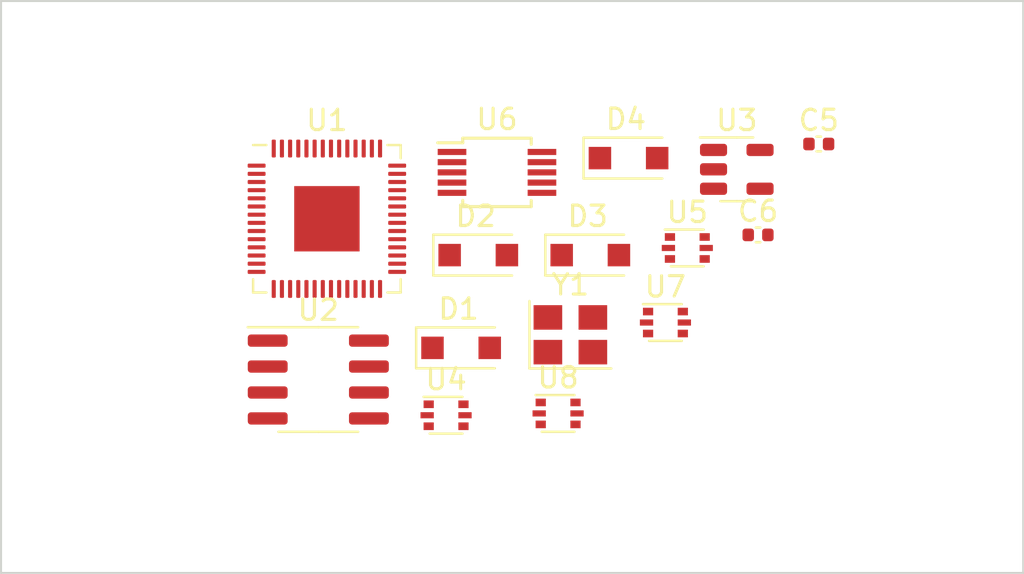
<source format=kicad_pcb>
(kicad_pcb (version 20211014) (generator pcbnew)
  (layers (0 "F.Cu" signal) (31 "B.Cu" signal) (34 "B.Paste" user) (35 "F.Paste" user) (36 "B.SilkS" user "B.Silkscreen") (37 "F.SilkS" user "F.Silkscreen") (38 "B.Mask" user) (39 "F.Mask" user) (44 "Edge.Cuts" user))
  (net 0 "")
  (net 1 "Net-(U1-Pad20)")
  (net 2 "GND")
  (net 3 "Net-(C6-Pad1)")
  (net 4 "+5V")
  (net 5 "Net-(D1-Pad2)")
  (net 6 "Net-(D2-Pad2)")
  (net 7 "Net-(D3-Pad1)")
  (net 8 "Net-(D4-Pad1)")
  (net 9 "+3V3")
  (net 26 "Net-(U1-Pad21)")
  (net 27 "+1V1")
  (net 28 "/SWCLK")
  (net 29 "/SWD")
  (net 30 "/~{RST}")
  (net 45 "Net-(U1-Pad46)")
  (net 46 "Net-(U1-Pad47)")
  (net 47 "Net-(U2-Pad7)")
  (net 48 "Net-(U1-Pad52)")
  (net 49 "Net-(U1-Pad53)")
  (net 50 "Net-(U2-Pad3)")
  (net 51 "Net-(U1-Pad55)")
  (net 52 "Net-(U1-Pad56)")
  (net 54 "Net-(J2-PadA7)")
  (net 55 "Net-(J2-PadA6)")
  (net 56 "/DUT_USB_D-")
  (net 57 "/DUT_USB_D+")
  (net 58 "Net-(J3-PadA7)")
  (net 59 "Net-(J3-PadA6)")
  (net 60 "/USB_D+")
  (net 61 "/USB_D-")
  (net 62 "/DUT_USB_S")
  (net 63 "Net-(U6-Pad2)")
  (net 64 "Net-(U6-Pad3)")
  (net 65 "Net-(U6-Pad7)")
  (net 66 "Net-(U6-Pad8)")
  (net 67 "/~{DUT_USB_OE}")
  (net 68 "Net-(J4-PadA7)")
  (net 69 "Net-(J4-PadA6)")
  (net 70 "Net-(J5-Pad3)")
  (net 71 "Net-(J5-Pad2)")
  (footprint "Diode_SMD:D_SOD-123F" (layer "F.Cu") (at 119.505 60.98)
    (fp_text reference "D1" (at -0.127 -1.905) (layer "F.SilkS"))
    (fp_text value "PMEG3020EH")
    (fp_line (start -2.2 -1) (end -2.2 1) (layer "F.SilkS") (width 0.12))
    (fp_line (start -2.2 -1) (end 1.65 -1) (layer "F.SilkS") (width 0.12))
    (fp_line (start -2.2 1) (end 1.65 1) (layer "F.SilkS") (width 0.12))
    (pad "1" smd rect (at -1.4 0) (size 1.1 1.1) (layers "F.Cu" "F.Paste" "F.Mask") (net 4 "+5V"))
    (pad "2" smd rect (at 1.4 0) (size 1.1 1.1) (layers "F.Cu" "F.Paste" "F.Mask") (net 5 "Net-(D1-Pad2)"))
  )
  (footprint "Diode_SMD:D_SOD-123F" (layer "F.Cu") (at 125.825 56.44)
    (fp_text reference "D3" (at -0.127 -1.905) (layer "F.SilkS"))
    (fp_text value "PMEG3020EH")
    (fp_line (start -2.2 1) (end 1.65 1) (layer "F.SilkS") (width 0.12))
    (fp_line (start -2.2 -1) (end 1.65 -1) (layer "F.SilkS") (width 0.12))
    (fp_line (start -2.2 -1) (end -2.2 1) (layer "F.SilkS") (width 0.12))
    (pad "1" smd rect (at -1.4 0) (size 1.1 1.1) (layers "F.Cu" "F.Paste" "F.Mask") (net 7 "Net-(D3-Pad1)"))
    (pad "2" smd rect (at 1.4 0) (size 1.1 1.1) (layers "F.Cu" "F.Paste" "F.Mask") (net 4 "+5V"))
  )
  (footprint "Package_TO_SOT_SMD:SOT-666" (layer "F.Cu") (at 124.25 64.19)
    (fp_text reference "U8" (at 0 -1.75) (layer "F.SilkS"))
    (fp_text value "USBLC6-2P6")
    (fp_line (start 0.8 -0.9) (end -1.1 -0.9) (layer "F.SilkS") (width 0.12))
    (fp_line (start -0.8 0.9) (end 0.8 0.9) (layer "F.SilkS") (width 0.12))
    (pad "1" smd rect (at -0.85 -0.5375) (size 0.5 0.375) (layers "F.Cu" "F.Paste" "F.Mask") (net 70 "Net-(J5-Pad3)"))
    (pad "2" smd rect (at -0.925 0) (size 0.65 0.3) (layers "F.Cu" "F.Paste" "F.Mask") (net 2 "GND"))
    (pad "3" smd rect (at -0.85 0.5375) (size 0.5 0.375) (layers "F.Cu" "F.Paste" "F.Mask") (net 71 "Net-(J5-Pad2)"))
    (pad "4" smd rect (at 0.85 0.5375) (size 0.5 0.375) (layers "F.Cu" "F.Paste" "F.Mask") (net 66 "Net-(U6-Pad8)"))
    (pad "5" smd rect (at 0.925 0) (size 0.65 0.3) (layers "F.Cu" "F.Paste" "F.Mask") (net 8 "Net-(D4-Pad1)"))
    (pad "6" smd rect (at 0.85 -0.5375) (size 0.5 0.375) (layers "F.Cu" "F.Paste" "F.Mask") (net 63 "Net-(U6-Pad2)"))
  )
  (footprint "Package_TO_SOT_SMD:SOT-666" (layer "F.Cu") (at 129.5 59.74)
    (fp_text reference "U7" (at 0 -1.75) (layer "F.SilkS"))
    (fp_text value "USBLC6-2P6")
    (fp_line (start 0.8 -0.9) (end -1.1 -0.9) (layer "F.SilkS") (width 0.12))
    (fp_line (start -0.8 0.9) (end 0.8 0.9) (layer "F.SilkS") (width 0.12))
    (pad "1" smd rect (at -0.85 -0.5375) (size 0.5 0.375) (layers "F.Cu" "F.Paste" "F.Mask") (net 68 "Net-(J4-PadA7)"))
    (pad "2" smd rect (at -0.925 0) (size 0.65 0.3) (layers "F.Cu" "F.Paste" "F.Mask") (net 2 "GND"))
    (pad "3" smd rect (at -0.85 0.5375) (size 0.5 0.375) (layers "F.Cu" "F.Paste" "F.Mask") (net 69 "Net-(J4-PadA6)"))
    (pad "4" smd rect (at 0.85 0.5375) (size 0.5 0.375) (layers "F.Cu" "F.Paste" "F.Mask") (net 64 "Net-(U6-Pad3)"))
    (pad "5" smd rect (at 0.925 0) (size 0.65 0.3) (layers "F.Cu" "F.Paste" "F.Mask") (net 7 "Net-(D3-Pad1)"))
    (pad "6" smd rect (at 0.85 -0.5375) (size 0.5 0.375) (layers "F.Cu" "F.Paste" "F.Mask") (net 65 "Net-(U6-Pad7)"))
  )
  (footprint "Package_SO:MSOP-10_3x3mm_P0.5mm" (layer "F.Cu") (at 121.26 52.39)
    (fp_text reference "U6" (at 0 -2.6) (layer "F.SilkS"))
    (fp_text value "FSUSB30MUX")
    (fp_line (start -1.675 1.675) (end 1.675 1.675) (layer "F.SilkS") (width 0.15))
    (fp_line (start -1.675 1.675) (end -1.675 1.375) (layer "F.SilkS") (width 0.15))
    (fp_line (start 1.675 -1.675) (end 1.675 -1.375) (layer "F.SilkS") (width 0.15))
    (fp_line (start 1.675 1.675) (end 1.675 1.375) (layer "F.SilkS") (width 0.15))
    (fp_line (start -1.675 -1.45) (end -2.9 -1.45) (layer "F.SilkS") (width 0.15))
    (fp_line (start -1.675 -1.675) (end -1.675 -1.45) (layer "F.SilkS") (width 0.15))
    (fp_line (start -1.675 -1.675) (end 1.675 -1.675) (layer "F.SilkS") (width 0.15))
    (pad "1" smd rect (at -2.2 -1) (size 1.4 0.3) (layers "F.Cu" "F.Paste" "F.Mask") (net 62 "/DUT_USB_S"))
    (pad "2" smd rect (at -2.2 -0.5) (size 1.4 0.3) (layers "F.Cu" "F.Paste" "F.Mask") (net 63 "Net-(U6-Pad2)"))
    (pad "3" smd rect (at -2.2 0) (size 1.4 0.3) (layers "F.Cu" "F.Paste" "F.Mask") (net 64 "Net-(U6-Pad3)"))
    (pad "4" smd rect (at -2.2 0.5) (size 1.4 0.3) (layers "F.Cu" "F.Paste" "F.Mask") (net 57 "/DUT_USB_D+"))
    (pad "5" smd rect (at -2.2 1) (size 1.4 0.3) (layers "F.Cu" "F.Paste" "F.Mask") (net 2 "GND"))
    (pad "6" smd rect (at 2.2 1) (size 1.4 0.3) (layers "F.Cu" "F.Paste" "F.Mask") (net 56 "/DUT_USB_D-"))
    (pad "7" smd rect (at 2.2 0.5) (size 1.4 0.3) (layers "F.Cu" "F.Paste" "F.Mask") (net 65 "Net-(U6-Pad7)"))
    (pad "8" smd rect (at 2.2 0) (size 1.4 0.3) (layers "F.Cu" "F.Paste" "F.Mask") (net 66 "Net-(U6-Pad8)"))
    (pad "9" smd rect (at 2.2 -0.5) (size 1.4 0.3) (layers "F.Cu" "F.Paste" "F.Mask") (net 67 "/~{DUT_USB_OE}"))
    (pad "10" smd rect (at 2.2 -1) (size 1.4 0.3) (layers "F.Cu" "F.Paste" "F.Mask") (net 4 "+5V"))
  )
  (footprint "Package_TO_SOT_SMD:SOT-666" (layer "F.Cu") (at 130.57 56.09)
    (fp_text reference "U5" (at 0 -1.75) (layer "F.SilkS"))
    (fp_text value "USBLC6-2P6")
    (fp_line (start 0.8 -0.9) (end -1.1 -0.9) (layer "F.SilkS") (width 0.12))
    (fp_line (start -0.8 0.9) (end 0.8 0.9) (layer "F.SilkS") (width 0.12))
    (pad "1" smd rect (at -0.85 -0.5375) (size 0.5 0.375) (layers "F.Cu" "F.Paste" "F.Mask") (net 58 "Net-(J3-PadA7)"))
    (pad "2" smd rect (at -0.925 0) (size 0.65 0.3) (layers "F.Cu" "F.Paste" "F.Mask") (net 2 "GND"))
    (pad "3" smd rect (at -0.85 0.5375) (size 0.5 0.375) (layers "F.Cu" "F.Paste" "F.Mask") (net 59 "Net-(J3-PadA6)"))
    (pad "4" smd rect (at 0.85 0.5375) (size 0.5 0.375) (layers "F.Cu" "F.Paste" "F.Mask") (net 60 "/USB_D+"))
    (pad "5" smd rect (at 0.925 0) (size 0.65 0.3) (layers "F.Cu" "F.Paste" "F.Mask") (net 6 "Net-(D2-Pad2)"))
    (pad "6" smd rect (at 0.85 -0.5375) (size 0.5 0.375) (layers "F.Cu" "F.Paste" "F.Mask") (net 61 "/USB_D-"))
  )
  (footprint "Capacitor_SMD:C_0402_1005Metric" (layer "F.Cu") (at 137 51)
    (fp_text reference "C5" (at 0 -1.16) (layer "F.SilkS"))
    (fp_text value "10p")
    (fp_line (start -0.107836 0.36) (end 0.107836 0.36) (layer "F.SilkS") (width 0.12))
    (fp_line (start -0.107836 -0.36) (end 0.107836 -0.36) (layer "F.SilkS") (width 0.12))
    (pad "1" smd roundrect (at -0.48 0) (size 0.56 0.62) (layers "F.Cu" "F.Paste" "F.Mask") (net 1 "Net-(U1-Pad20)"))
    (pad "2" smd roundrect (at 0.48 0) (size 0.56 0.62) (layers "F.Cu" "F.Paste" "F.Mask") (net 2 "GND"))
  )
  (footprint "Diode_SMD:D_SOD-123F" (layer "F.Cu") (at 127.695 51.69)
    (fp_text reference "D4" (at -0.127 -1.905) (layer "F.SilkS"))
    (fp_text value "PMEG3020EH")
    (fp_line (start -2.2 -1) (end -2.2 1) (layer "F.SilkS") (width 0.12))
    (fp_line (start -2.2 -1) (end 1.65 -1) (layer "F.SilkS") (width 0.12))
    (fp_line (start -2.2 1) (end 1.65 1) (layer "F.SilkS") (width 0.12))
    (pad "1" smd rect (at -1.4 0) (size 1.1 1.1) (layers "F.Cu" "F.Paste" "F.Mask") (net 8 "Net-(D4-Pad1)"))
    (pad "2" smd rect (at 1.4 0) (size 1.1 1.1) (layers "F.Cu" "F.Paste" "F.Mask") (net 4 "+5V"))
  )
  (footprint "Package_TO_SOT_SMD:SOT-666" (layer "F.Cu") (at 118.77 64.28)
    (fp_text reference "U4" (at 0 -1.75) (layer "F.SilkS"))
    (fp_text value "USBLC6-2P6")
    (fp_line (start 0.8 -0.9) (end -1.1 -0.9) (layer "F.SilkS") (width 0.12))
    (fp_line (start -0.8 0.9) (end 0.8 0.9) (layer "F.SilkS") (width 0.12))
    (pad "1" smd rect (at -0.85 -0.5375) (size 0.5 0.375) (layers "F.Cu" "F.Paste" "F.Mask") (net 54 "Net-(J2-PadA7)"))
    (pad "2" smd rect (at -0.925 0) (size 0.65 0.3) (layers "F.Cu" "F.Paste" "F.Mask") (net 2 "GND"))
    (pad "3" smd rect (at -0.85 0.5375) (size 0.5 0.375) (layers "F.Cu" "F.Paste" "F.Mask") (net 55 "Net-(J2-PadA6)"))
    (pad "4" smd rect (at 0.85 0.5375) (size 0.5 0.375) (layers "F.Cu" "F.Paste" "F.Mask") (net 56 "/DUT_USB_D-"))
    (pad "5" smd rect (at 0.925 0) (size 0.65 0.3) (layers "F.Cu" "F.Paste" "F.Mask") (net 5 "Net-(D1-Pad2)"))
    (pad "6" smd rect (at 0.85 -0.5375) (size 0.5 0.375) (layers "F.Cu" "F.Paste" "F.Mask") (net 57 "/DUT_USB_D+"))
  )
  (footprint "Package_DFN_QFN:QFN-56-1EP_7x7mm_P0.4mm_EP3.2x3.2mm" (layer "F.Cu") (at 112.94 54.66)
    (fp_text reference "U1" (at 0 -4.82) (layer "F.SilkS"))
    (fp_text value "RP2040")
    (fp_line (start -3.61 3.61) (end -3.61 2.96) (layer "F.SilkS") (width 0.12))
    (fp_line (start 3.61 -3.61) (end 3.61 -2.96) (layer "F.SilkS") (width 0.12))
    (fp_line (start 3.61 3.61) (end 3.61 2.96) (layer "F.SilkS") (width 0.12))
    (fp_line (start 2.96 -3.61) (end 3.61 -3.61) (layer "F.SilkS") (width 0.12))
    (fp_line (start -2.96 -3.61) (end -3.61 -3.61) (layer "F.SilkS") (width 0.12))
    (fp_line (start -2.96 3.61) (end -3.61 3.61) (layer "F.SilkS") (width 0.12))
    (fp_line (start 2.96 3.61) (end 3.61 3.61) (layer "F.SilkS") (width 0.12))
    (pad "1" smd roundrect locked (at -3.4375 -2.6) (size 0.875 0.2) (layers "F.Cu" "F.Paste" "F.Mask") (net 9 "+3V3"))
    (pad "2" smd roundrect locked (at -3.4375 -2.2) (size 0.875 0.2) (layers "F.Cu" "F.Paste" "F.Mask"))
    (pad "3" smd roundrect locked (at -3.4375 -1.8) (size 0.875 0.2) (layers "F.Cu" "F.Paste" "F.Mask"))
    (pad "4" smd roundrect locked (at -3.4375 -1.4) (size 0.875 0.2) (layers "F.Cu" "F.Paste" "F.Mask"))
    (pad "5" smd roundrect locked (at -3.4375 -1) (size 0.875 0.2) (layers "F.Cu" "F.Paste" "F.Mask"))
    (pad "6" smd roundrect locked (at -3.4375 -0.6) (size 0.875 0.2) (layers "F.Cu" "F.Paste" "F.Mask"))
    (pad "7" smd roundrect locked (at -3.4375 -0.2) (size 0.875 0.2) (layers "F.Cu" "F.Paste" "F.Mask"))
    (pad "8" smd roundrect locked (at -3.4375 0.2) (size 0.875 0.2) (layers "F.Cu" "F.Paste" "F.Mask"))
    (pad "9" smd roundrect locked (at -3.4375 0.6) (size 0.875 0.2) (layers "F.Cu" "F.Paste" "F.Mask"))
    (pad "10" smd roundrect locked (at -3.4375 1) (size 0.875 0.2) (layers "F.Cu" "F.Paste" "F.Mask") (net 9 "+3V3"))
    (pad "11" smd roundrect locked (at -3.4375 1.4) (size 0.875 0.2) (layers "F.Cu" "F.Paste" "F.Mask"))
    (pad "12" smd roundrect locked (at -3.4375 1.8) (size 0.875 0.2) (layers "F.Cu" "F.Paste" "F.Mask"))
    (pad "13" smd roundrect locked (at -3.4375 2.2) (size 0.875 0.2) (layers "F.Cu" "F.Paste" "F.Mask"))
    (pad "14" smd roundrect locked (at -3.4375 2.6) (size 0.875 0.2) (layers "F.Cu" "F.Paste" "F.Mask"))
    (pad "15" smd roundrect locked (at -2.6 3.4375) (size 0.2 0.875) (layers "F.Cu" "F.Paste" "F.Mask"))
    (pad "16" smd roundrect locked (at -2.2 3.4375) (size 0.2 0.875) (layers "F.Cu" "F.Paste" "F.Mask"))
    (pad "17" smd roundrect locked (at -1.8 3.4375) (size 0.2 0.875) (layers "F.Cu" "F.Paste" "F.Mask"))
    (pad "18" smd roundrect locked (at -1.4 3.4375) (size 0.2 0.875) (layers "F.Cu" "F.Paste" "F.Mask"))
    (pad "19" smd roundrect locked (at -1 3.4375) (size 0.2 0.875) (layers "F.Cu" "F.Paste" "F.Mask") (net 2 "GND"))
    (pad "20" smd roundrect locked (at -0.6 3.4375) (size 0.2 0.875) (layers "F.Cu" "F.Paste" "F.Mask") (net 1 "Net-(U1-Pad20)"))
    (pad "21" smd roundrect locked (at -0.2 3.4375) (size 0.2 0.875) (layers "F.Cu" "F.Paste" "F.Mask") (net 26 "Net-(U1-Pad21)"))
    (pad "22" smd roundrect locked (at 0.2 3.4375) (size 0.2 0.875) (layers "F.Cu" "F.Paste" "F.Mask") (net 9 "+3V3"))
    (pad "23" smd roundrect locked (at 0.6 3.4375) (size 0.2 0.875) (layers "F.Cu" "F.Paste" "F.Mask") (net 27 "+1V1"))
    (pad "24" smd roundrect locked (at 1 3.4375) (size 0.2 0.875) (layers "F.Cu" "F.Paste" "F.Mask") (net 28 "/SWCLK"))
    (pad "25" smd roundrect locked (at 1.4 3.4375) (size 0.2 0.875) (layers "F.Cu" "F.Paste" "F.Mask") (net 29 "/SWD"))
    (pad "26" smd roundrect locked (at 1.8 3.4375) (size 0.2 0.875) (layers "F.Cu" "F.Paste" "F.Mask") (net 30 "/~{RST}"))
    (pad "27" smd roundrect locked (at 2.2 3.4375) (size 0.2 0.875) (layers "F.Cu" "F.Paste" "F.Mask"))
    (pad "28" smd roundrect locked (at 2.6 3.4375) (size 0.2 0.875) (layers "F.Cu" "F.Paste" "F.Mask"))
    (pad "29" smd roundrect locked (at 3.4375 2.6) (size 0.875 0.2) (layers "F.Cu" "F.Paste" "F.Mask"))
    (pad "30" smd roundrect locked (at 3.4375 2.2) (size 0.875 0.2) (layers "F.Cu" "F.Paste" "F.Mask"))
    (pad "31" smd roundrect locked (at 3.4375 1.8) (size 0.875 0.2) (layers "F.Cu" "F.Paste" "F.Mask"))
    (pad "32" smd roundrect locked (at 3.4375 1.4) (size 0.875 0.2) (layers "F.Cu" "F.Paste" "F.Mask"))
    (pad "33" smd roundrect locked (at 3.4375 1) (size 0.875 0.2) (layers "F.Cu" "F.Paste" "F.Mask") (net 9 "+3V3"))
    (pad "34" smd roundrect locked (at 3.4375 0.6) (size 0.875 0.2) (layers "F.Cu" "F.Paste" "F.Mask"))
    (pad "35" smd roundrect locked (at 3.4375 0.2) (size 0.875 0.2) (layers "F.Cu" "F.Paste" "F.Mask"))
    (pad "36" smd roundrect locked (at 3.4375 -0.2) (size 0.875 0.2) (layers "F.Cu" "F.Paste" "F.Mask"))
    (pad "37" smd roundrect locked (at 3.4375 -0.6) (size 0.875 0.2) (layers "F.Cu" "F.Paste" "F.Mask"))
    (pad "38" smd roundrect locked (at 3.4375 -1) (size 0.875 0.2) (layers "F.Cu" "F.Paste" "F.Mask"))
    (pad "39" smd roundrect locked (at 3.4375 -1.4) (size 0.875 0.2) (layers "F.Cu" "F.Paste" "F.Mask"))
    (pad "40" smd roundrect locked (at 3.4375 -1.8) (size 0.875 0.2) (layers "F.Cu" "F.Paste" "F.Mask"))
    (pad "41" smd roundrect locked (at 3.4375 -2.2) (size 0.875 0.2) (layers "F.Cu" "F.Paste" "F.Mask"))
    (pad "42" smd roundrect locked (at 3.4375 -2.6) (size 0.875 0.2) (layers "F.Cu" "F.Paste" "F.Mask") (net 9 "+3V3"))
    (pad "43" smd roundrect locked (at 2.6 -3.4375) (size 0.2 0.875) (layers "F.Cu" "F.Paste" "F.Mask") (net 9 "+3V3"))
    (pad "44" smd roundrect locked (at 2.2 -3.4375) (size 0.2 0.875) (layers "F.Cu" "F.Paste" "F.Mask") (net 9 "+3V3"))
    (pad "45" smd roundrect locked (at 1.8 -3.4375) (size 0.2 0.875) (layers "F.Cu" "F.Paste" "F.Mask") (net 27 "+1V1"))
    (pad "46" smd roundrect locked (at 1.4 -3.4375) (size 0.2 0.875) (layers "F.Cu" "F.Paste" "F.Mask") (net 45 "Net-(U1-Pad46)"))
    (pad "47" smd roundrect locked (at 1 -3.4375) (size 0.2 0.875) (layers "F.Cu" "F.Paste" "F.Mask") (net 46 "Net-(U1-Pad47)"))
    (pad "48" smd roundrect locked (at 0.6 -3.4375) (size 0.2 0.875) (layers "F.Cu" "F.Paste" "F.Mask") (net 9 "+3V3"))
    (pad "49" smd roundrect locked (at 0.2 -3.4375) (size 0.2 0.875) (layers "F.Cu" "F.Paste" "F.Mask") (net 9 "+3V3"))
    (pad "50" smd roundrect locked (at -0.2 -3.4375) (size 0.2 0.875) (layers "F.Cu" "F.Paste" "F.Mask") (net 27 "+1V1"))
    (pad "51" smd roundrect locked (at -0.6 -3.4375) (size 0.2 0.875) (layers "F.Cu" "F.Paste" "F.Mask") (net 47 "Net-(U2-Pad7)"))
    (pad "52" smd roundrect locked (at -1 -3.4375) (size 0.2 0.875) (layers "F.Cu" "F.Paste" "F.Mask") (net 48 "Net-(U1-Pad52)"))
    (pad "53" smd roundrect locked (at -1.4 -3.4375) (size 0.2 0.875) (layers "F.Cu" "F.Paste" "F.Mask") (net 49 "Net-(U1-Pad53)"))
    (pad "54" smd roundrect locked (at -1.8 -3.4375) (size 0.2 0.875) (layers "F.Cu" "F.Paste" "F.Mask") (net 50 "Net-(U2-Pad3)"))
    (pad "55" smd roundrect locked (at -2.2 -3.4375) (size 0.2 0.875) (layers "F.Cu" "F.Paste" "F.Mask") (net 51 "Net-(U1-Pad55)"))
    (pad "56" smd roundrect locked (at -2.6 -3.4375) (size 0.2 0.875) (layers "F.Cu" "F.Paste" "F.Mask") (net 52 "Net-(U1-Pad56)"))
    (pad "57" smd rect locked (at 0 0) (size 3.2 3.2) (layers "F.Cu" "F.Mask") (net 2 "GND"))
  )
  (footprint "Crystal:Crystal_SMD_3225-4Pin_3.2x2.5mm" (layer "F.Cu") (at 124.85 60.34)
    (fp_text reference "Y1" (at 0 -2.45) (layer "F.SilkS"))
    (fp_text value "12MHz")
    (fp_line (start -2 1.65) (end 2 1.65) (layer "F.SilkS") (width 0.12))
    (fp_line (start -2 -1.65) (end -2 1.65) (layer "F.SilkS") (width 0.12))
    (pad "1" smd rect (at -1.1 0.85) (size 1.4 1.2) (layers "F.Cu" "F.Paste" "F.Mask") (net 3 "Net-(C6-Pad1)"))
    (pad "2" smd rect (at 1.1 0.85) (size 1.4 1.2) (layers "F.Cu" "F.Paste" "F.Mask") (net 2 "GND"))
    (pad "3" smd rect (at 1.1 -0.85) (size 1.4 1.2) (layers "F.Cu" "F.Paste" "F.Mask") (net 1 "Net-(U1-Pad20)"))
    (pad "4" smd rect (at -1.1 -0.85) (size 1.4 1.2) (layers "F.Cu" "F.Paste" "F.Mask") (net 2 "GND"))
  )
  (footprint "Package_SO:SOIC-8_3.9x4.9mm_P1.27mm" (layer "F.Cu") (at 112.52 62.53)
    (fp_text reference "U2" (at 0 -3.4) (layer "F.SilkS"))
    (fp_text value "W25Q16JVSNIQ")
    (fp_line (start 0 -2.56) (end 1.95 -2.56) (layer "F.SilkS") (width 0.12))
    (fp_line (start 0 2.56) (end 1.95 2.56) (layer "F.SilkS") (width 0.12))
    (fp_line (start 0 -2.56) (end -3.45 -2.56) (layer "F.SilkS") (width 0.12))
    (fp_line (start 0 2.56) (end -1.95 2.56) (layer "F.SilkS") (width 0.12))
    (pad "1" smd roundrect (at -2.475 -1.905) (size 1.95 0.6) (layers "F.Cu" "F.Paste" "F.Mask") (net 52 "Net-(U1-Pad56)"))
    (pad "2" smd roundrect (at -2.475 -0.635) (size 1.95 0.6) (layers "F.Cu" "F.Paste" "F.Mask") (net 51 "Net-(U1-Pad55)"))
    (pad "3" smd roundrect (at -2.475 0.635) (size 1.95 0.6) (layers "F.Cu" "F.Paste" "F.Mask") (net 50 "Net-(U2-Pad3)"))
    (pad "4" smd roundrect (at -2.475 1.905) (size 1.95 0.6) (layers "F.Cu" "F.Paste" "F.Mask") (net 2 "GND"))
    (pad "5" smd roundrect (at 2.475 1.905) (size 1.95 0.6) (layers "F.Cu" "F.Paste" "F.Mask") (net 49 "Net-(U1-Pad53)"))
    (pad "6" smd roundrect (at 2.475 0.635) (size 1.95 0.6) (layers "F.Cu" "F.Paste" "F.Mask") (net 48 "Net-(U1-Pad52)"))
    (pad "7" smd roundrect (at 2.475 -0.635) (size 1.95 0.6) (layers "F.Cu" "F.Paste" "F.Mask") (net 47 "Net-(U2-Pad7)"))
    (pad "8" smd roundrect (at 2.475 -1.905) (size 1.95 0.6) (layers "F.Cu" "F.Paste" "F.Mask") (net 9 "+3V3"))
  )
  (footprint "Diode_SMD:D_SOD-123F" (layer "F.Cu") (at 120.345 56.44)
    (fp_text reference "D2" (at -0.127 -1.905) (layer "F.SilkS"))
    (fp_text value "PMEG3020EH")
    (fp_line (start -2.2 1) (end 1.65 1) (layer "F.SilkS") (width 0.12))
    (fp_line (start -2.2 -1) (end -2.2 1) (layer "F.SilkS") (width 0.12))
    (fp_line (start -2.2 -1) (end 1.65 -1) (layer "F.SilkS") (width 0.12))
    (pad "1" smd rect (at -1.4 0) (size 1.1 1.1) (layers "F.Cu" "F.Paste" "F.Mask") (net 4 "+5V"))
    (pad "2" smd rect (at 1.4 0) (size 1.1 1.1) (layers "F.Cu" "F.Paste" "F.Mask") (net 6 "Net-(D2-Pad2)"))
  )
  (footprint "Capacitor_SMD:C_0402_1005Metric" (layer "F.Cu") (at 134.03 55.45)
    (fp_text reference "C6" (at 0 -1.16) (layer "F.SilkS"))
    (fp_text value "10p")
    (fp_line (start -0.107836 -0.36) (end 0.107836 -0.36) (layer "F.SilkS") (width 0.12))
    (fp_line (start -0.107836 0.36) (end 0.107836 0.36) (layer "F.SilkS") (width 0.12))
    (pad "1" smd roundrect (at -0.48 0) (size 0.56 0.62) (layers "F.Cu" "F.Paste" "F.Mask") (net 3 "Net-(C6-Pad1)"))
    (pad "2" smd roundrect (at 0.48 0) (size 0.56 0.62) (layers "F.Cu" "F.Paste" "F.Mask") (net 2 "GND"))
  )
  (footprint "Package_TO_SOT_SMD:SOT-23-5" (layer "F.Cu") (at 132.99 52.24)
    (fp_text reference "U3" (at 0 -2.4) (layer "F.SilkS"))
    (fp_text value "TLV70033_SOT23-5")
    (fp_line (start 0 -1.56) (end -1.8 -1.56) (layer "F.SilkS") (width 0.12))
    (fp_line (start 0 -1.56) (end 0.8 -1.56) (layer "F.SilkS") (width 0.12))
    (fp_line (start 0 1.56) (end -0.8 1.56) (layer "F.SilkS") (width 0.12))
    (fp_line (start 0 1.56) (end 0.8 1.56) (layer "F.SilkS") (width 0.12))
    (pad "1" smd roundrect (at -1.1375 -0.95) (size 1.325 0.6) (layers "F.Cu" "F.Paste" "F.Mask") (net 4 "+5V"))
    (pad "2" smd roundrect (at -1.1375 0) (size 1.325 0.6) (layers "F.Cu" "F.Paste" "F.Mask") (net 2 "GND"))
    (pad "3" smd roundrect (at -1.1375 0.95) (size 1.325 0.6) (layers "F.Cu" "F.Paste" "F.Mask") (net 4 "+5V"))
    (pad "4" smd roundrect (at 1.1375 0.95) (size 1.325 0.6) (layers "F.Cu" "F.Paste" "F.Mask"))
    (pad "5" smd roundrect (at 1.1375 -0.95) (size 1.325 0.6) (layers "F.Cu" "F.Paste" "F.Mask") (net 9 "+3V3"))
  )
  (gr_line (start 147 72) (end 97 72) (layer "Edge.Cuts") (width 0.1))
  (gr_line (start 97 72) (end 97 44) (layer "Edge.Cuts") (width 0.1))
  (gr_line (start 97 44) (end 147 44) (layer "Edge.Cuts") (width 0.1))
  (gr_line (start 147 44) (end 147 72) (layer "Edge.Cuts") (width 0.1))
)
</source>
